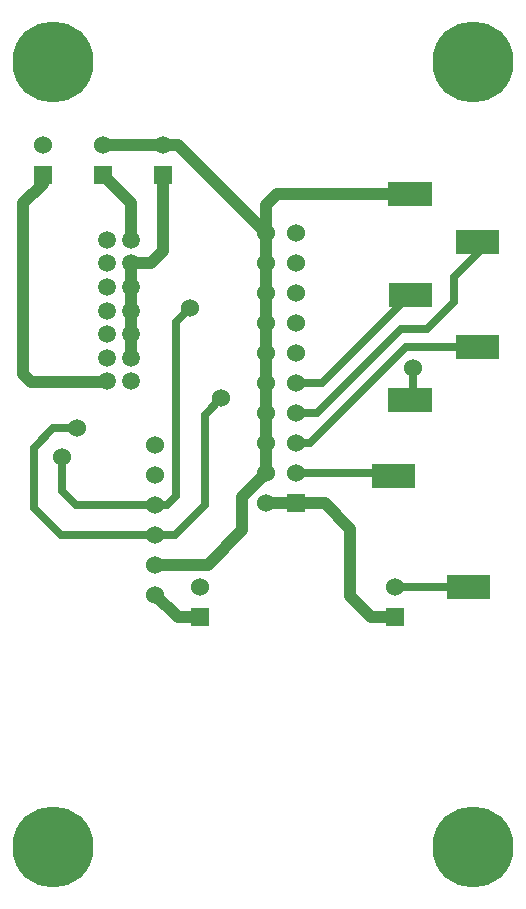
<source format=gbr>
G04 start of page 2 for group 0 idx 0 *
G04 Title: (unknown), top *
G04 Creator: pcb 20110918 *
G04 CreationDate: Thu Aug 28 18:40:48 2014 UTC *
G04 For: fosse *
G04 Format: Gerber/RS-274X *
G04 PCB-Dimensions: 348000 372000 *
G04 PCB-Coordinate-Origin: lower left *
%MOIN*%
%FSLAX25Y25*%
%LNTOP*%
%ADD23C,0.0354*%
%ADD22C,0.0420*%
%ADD21C,0.1285*%
%ADD20C,0.0380*%
%ADD19C,0.0350*%
%ADD18R,0.0807X0.0807*%
%ADD17C,0.0591*%
%ADD16C,0.2700*%
%ADD15C,0.0600*%
%ADD14C,0.0001*%
%ADD13C,0.0250*%
%ADD12C,0.0400*%
%ADD11C,0.0100*%
G54D11*X111500Y211500D02*X111000Y212000D01*
G54D12*X93000Y204000D02*X101000Y212000D01*
Y202000D02*X120500D01*
X129000Y193500D01*
Y171000D01*
X136000Y164000D01*
X144000D01*
G54D13*X111000Y212000D02*X142500D01*
X143500Y211000D01*
X144000Y174000D02*X168500D01*
G54D12*X56000Y250504D02*Y282000D01*
X62500D01*
X66500Y286000D01*
Y311500D01*
X56000Y289874D02*Y302000D01*
X46500Y311500D01*
Y321500D02*X71500D01*
X101000Y292000D01*
Y295500D02*Y301500D01*
X104500Y305000D01*
X26500Y311500D02*Y308500D01*
X20000Y302000D01*
Y245000D01*
X22500Y242500D01*
X47996D01*
X48126Y242630D01*
G54D13*X71000Y262500D02*X75500Y267000D01*
G54D12*X101000Y212000D02*Y296000D01*
G54D13*X111000Y242000D02*X119540D01*
X111000Y222000D02*X115500D01*
G54D11*X149040Y271500D02*X149020Y271480D01*
G54D13*X147500Y254000D02*X171500D01*
X150000Y247000D02*Y237500D01*
X154500Y260000D02*X163500Y269000D01*
Y277500D02*X173250Y287250D01*
X163500Y269000D02*Y277500D01*
X119540Y242000D02*X149020Y271480D01*
X115500Y222000D02*X147500Y254000D01*
X111000Y232000D02*X118000D01*
X146000Y260000D01*
G54D12*X104500Y305000D02*X149000D01*
G54D13*X150000Y237500D02*X149000Y236500D01*
X146000Y260000D02*X154500D01*
X38000Y227000D02*X30000D01*
X23500Y220500D01*
X71000Y204500D02*Y262500D01*
X80500Y201500D02*Y231500D01*
X86000Y237000D01*
X37500Y201500D02*X68000D01*
X71000Y204500D01*
X32500Y191500D02*X70500D01*
G54D12*X64000Y171500D02*X71500Y164000D01*
X79000D01*
G54D13*X33000Y217500D02*Y206000D01*
X37500Y201500D01*
X23500Y220500D02*Y200500D01*
X32500Y191500D01*
G54D12*X64000Y181500D02*X81500D01*
X93000Y193000D01*
Y204000D01*
G54D13*X70500Y191500D02*X80500Y201500D01*
X63500Y182000D02*X64000Y181500D01*
G54D14*G36*
X108000Y205000D02*Y199000D01*
X114000D01*
Y205000D01*
X108000D01*
G37*
G54D15*X101000Y202000D03*
X111000Y212000D03*
X101000D03*
X111000Y222000D03*
X101000D03*
X111000Y232000D03*
X101000D03*
X144000Y174000D03*
G54D16*X170000Y87500D03*
X30000Y349000D03*
G54D14*G36*
X23500Y314500D02*Y308500D01*
X29500D01*
Y314500D01*
X23500D01*
G37*
G54D15*X26500Y321500D03*
G54D16*X170000Y349000D03*
G54D14*G36*
X141000Y167000D02*Y161000D01*
X147000D01*
Y167000D01*
X141000D01*
G37*
G36*
X76000D02*Y161000D01*
X82000D01*
Y167000D01*
X76000D01*
G37*
G54D15*X79000Y174000D03*
X64000Y171500D03*
Y181500D03*
Y191500D03*
Y201500D03*
Y211500D03*
Y221500D03*
X111000Y242000D03*
Y252000D03*
Y262000D03*
Y272000D03*
Y282000D03*
Y292000D03*
X101000Y242000D03*
Y252000D03*
Y262000D03*
Y272000D03*
Y282000D03*
Y292000D03*
G54D17*X48126Y242630D03*
G54D16*X30000Y87500D03*
G54D17*X48126Y250504D03*
X56000D03*
X48126Y258378D03*
X56000D03*
Y242630D03*
X48126Y266252D03*
X56000D03*
X48126Y274126D03*
X56000D03*
X48126Y282000D03*
X56000D03*
X48126Y289874D03*
X56000D03*
G54D14*G36*
X63500Y314500D02*Y308500D01*
X69500D01*
Y314500D01*
X63500D01*
G37*
G54D15*X66500Y321500D03*
G54D14*G36*
X43500Y314500D02*Y308500D01*
X49500D01*
Y314500D01*
X43500D01*
G37*
G54D15*X46500Y321500D03*
G54D18*X165350Y174000D02*X171649D01*
X140350Y211000D02*X146649D01*
X145850Y236500D02*X152149D01*
X168350Y254000D02*X174649D01*
X145870Y271480D02*X152169D01*
X168350Y289000D02*X174649D01*
X145850Y305000D02*X152149D01*
G54D15*X150000Y247000D03*
X33000Y217500D03*
X38000Y227000D03*
X75500Y267000D03*
X86000Y237000D03*
G54D19*G54D12*G54D20*G54D21*G54D20*G54D21*G54D20*G54D22*G54D12*G54D23*G54D21*G54D23*G54D20*M02*

</source>
